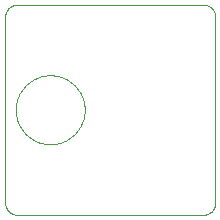
<source format=gbp>
G75*
%MOIN*%
%OFA0B0*%
%FSLAX25Y25*%
%IPPOS*%
%LPD*%
%AMOC8*
5,1,8,0,0,1.08239X$1,22.5*
%
%ADD10C,0.00000*%
D10*
X0001000Y0004937D02*
X0001000Y0067063D01*
X0001002Y0067187D01*
X0001008Y0067310D01*
X0001017Y0067434D01*
X0001031Y0067556D01*
X0001048Y0067679D01*
X0001070Y0067801D01*
X0001095Y0067922D01*
X0001124Y0068042D01*
X0001156Y0068161D01*
X0001193Y0068280D01*
X0001233Y0068397D01*
X0001276Y0068512D01*
X0001324Y0068627D01*
X0001375Y0068739D01*
X0001429Y0068850D01*
X0001487Y0068960D01*
X0001548Y0069067D01*
X0001613Y0069173D01*
X0001681Y0069276D01*
X0001752Y0069377D01*
X0001826Y0069476D01*
X0001903Y0069573D01*
X0001984Y0069667D01*
X0002067Y0069758D01*
X0002153Y0069847D01*
X0002242Y0069933D01*
X0002333Y0070016D01*
X0002427Y0070097D01*
X0002524Y0070174D01*
X0002623Y0070248D01*
X0002724Y0070319D01*
X0002827Y0070387D01*
X0002933Y0070452D01*
X0003040Y0070513D01*
X0003150Y0070571D01*
X0003261Y0070625D01*
X0003373Y0070676D01*
X0003488Y0070724D01*
X0003603Y0070767D01*
X0003720Y0070807D01*
X0003839Y0070844D01*
X0003958Y0070876D01*
X0004078Y0070905D01*
X0004199Y0070930D01*
X0004321Y0070952D01*
X0004444Y0070969D01*
X0004566Y0070983D01*
X0004690Y0070992D01*
X0004813Y0070998D01*
X0004937Y0071000D01*
X0067063Y0071000D01*
X0067187Y0070998D01*
X0067310Y0070992D01*
X0067434Y0070983D01*
X0067556Y0070969D01*
X0067679Y0070952D01*
X0067801Y0070930D01*
X0067922Y0070905D01*
X0068042Y0070876D01*
X0068161Y0070844D01*
X0068280Y0070807D01*
X0068397Y0070767D01*
X0068512Y0070724D01*
X0068627Y0070676D01*
X0068739Y0070625D01*
X0068850Y0070571D01*
X0068960Y0070513D01*
X0069067Y0070452D01*
X0069173Y0070387D01*
X0069276Y0070319D01*
X0069377Y0070248D01*
X0069476Y0070174D01*
X0069573Y0070097D01*
X0069667Y0070016D01*
X0069758Y0069933D01*
X0069847Y0069847D01*
X0069933Y0069758D01*
X0070016Y0069667D01*
X0070097Y0069573D01*
X0070174Y0069476D01*
X0070248Y0069377D01*
X0070319Y0069276D01*
X0070387Y0069173D01*
X0070452Y0069067D01*
X0070513Y0068960D01*
X0070571Y0068850D01*
X0070625Y0068739D01*
X0070676Y0068627D01*
X0070724Y0068512D01*
X0070767Y0068397D01*
X0070807Y0068280D01*
X0070844Y0068161D01*
X0070876Y0068042D01*
X0070905Y0067922D01*
X0070930Y0067801D01*
X0070952Y0067679D01*
X0070969Y0067556D01*
X0070983Y0067434D01*
X0070992Y0067310D01*
X0070998Y0067187D01*
X0071000Y0067063D01*
X0071000Y0004937D01*
X0070998Y0004813D01*
X0070992Y0004690D01*
X0070983Y0004566D01*
X0070969Y0004444D01*
X0070952Y0004321D01*
X0070930Y0004199D01*
X0070905Y0004078D01*
X0070876Y0003958D01*
X0070844Y0003839D01*
X0070807Y0003720D01*
X0070767Y0003603D01*
X0070724Y0003488D01*
X0070676Y0003373D01*
X0070625Y0003261D01*
X0070571Y0003150D01*
X0070513Y0003040D01*
X0070452Y0002933D01*
X0070387Y0002827D01*
X0070319Y0002724D01*
X0070248Y0002623D01*
X0070174Y0002524D01*
X0070097Y0002427D01*
X0070016Y0002333D01*
X0069933Y0002242D01*
X0069847Y0002153D01*
X0069758Y0002067D01*
X0069667Y0001984D01*
X0069573Y0001903D01*
X0069476Y0001826D01*
X0069377Y0001752D01*
X0069276Y0001681D01*
X0069173Y0001613D01*
X0069067Y0001548D01*
X0068960Y0001487D01*
X0068850Y0001429D01*
X0068739Y0001375D01*
X0068627Y0001324D01*
X0068512Y0001276D01*
X0068397Y0001233D01*
X0068280Y0001193D01*
X0068161Y0001156D01*
X0068042Y0001124D01*
X0067922Y0001095D01*
X0067801Y0001070D01*
X0067679Y0001048D01*
X0067556Y0001031D01*
X0067434Y0001017D01*
X0067310Y0001008D01*
X0067187Y0001002D01*
X0067063Y0001000D01*
X0004937Y0001000D01*
X0004813Y0001002D01*
X0004690Y0001008D01*
X0004566Y0001017D01*
X0004444Y0001031D01*
X0004321Y0001048D01*
X0004199Y0001070D01*
X0004078Y0001095D01*
X0003958Y0001124D01*
X0003839Y0001156D01*
X0003720Y0001193D01*
X0003603Y0001233D01*
X0003488Y0001276D01*
X0003373Y0001324D01*
X0003261Y0001375D01*
X0003150Y0001429D01*
X0003040Y0001487D01*
X0002933Y0001548D01*
X0002827Y0001613D01*
X0002724Y0001681D01*
X0002623Y0001752D01*
X0002524Y0001826D01*
X0002427Y0001903D01*
X0002333Y0001984D01*
X0002242Y0002067D01*
X0002153Y0002153D01*
X0002067Y0002242D01*
X0001984Y0002333D01*
X0001903Y0002427D01*
X0001826Y0002524D01*
X0001752Y0002623D01*
X0001681Y0002724D01*
X0001613Y0002827D01*
X0001548Y0002933D01*
X0001487Y0003040D01*
X0001429Y0003150D01*
X0001375Y0003261D01*
X0001324Y0003373D01*
X0001276Y0003488D01*
X0001233Y0003603D01*
X0001193Y0003720D01*
X0001156Y0003839D01*
X0001124Y0003958D01*
X0001095Y0004078D01*
X0001070Y0004199D01*
X0001048Y0004321D01*
X0001031Y0004444D01*
X0001017Y0004566D01*
X0001008Y0004690D01*
X0001002Y0004813D01*
X0001000Y0004937D01*
X0004500Y0036000D02*
X0004503Y0036282D01*
X0004514Y0036564D01*
X0004531Y0036846D01*
X0004555Y0037127D01*
X0004586Y0037408D01*
X0004624Y0037687D01*
X0004669Y0037966D01*
X0004721Y0038244D01*
X0004779Y0038520D01*
X0004845Y0038794D01*
X0004917Y0039067D01*
X0004995Y0039338D01*
X0005080Y0039607D01*
X0005172Y0039874D01*
X0005271Y0040139D01*
X0005375Y0040401D01*
X0005487Y0040660D01*
X0005604Y0040917D01*
X0005728Y0041171D01*
X0005858Y0041421D01*
X0005994Y0041668D01*
X0006136Y0041912D01*
X0006284Y0042152D01*
X0006438Y0042389D01*
X0006598Y0042622D01*
X0006763Y0042851D01*
X0006934Y0043075D01*
X0007110Y0043296D01*
X0007292Y0043511D01*
X0007479Y0043723D01*
X0007671Y0043930D01*
X0007868Y0044132D01*
X0008070Y0044329D01*
X0008277Y0044521D01*
X0008489Y0044708D01*
X0008704Y0044890D01*
X0008925Y0045066D01*
X0009149Y0045237D01*
X0009378Y0045402D01*
X0009611Y0045562D01*
X0009848Y0045716D01*
X0010088Y0045864D01*
X0010332Y0046006D01*
X0010579Y0046142D01*
X0010829Y0046272D01*
X0011083Y0046396D01*
X0011340Y0046513D01*
X0011599Y0046625D01*
X0011861Y0046729D01*
X0012126Y0046828D01*
X0012393Y0046920D01*
X0012662Y0047005D01*
X0012933Y0047083D01*
X0013206Y0047155D01*
X0013480Y0047221D01*
X0013756Y0047279D01*
X0014034Y0047331D01*
X0014313Y0047376D01*
X0014592Y0047414D01*
X0014873Y0047445D01*
X0015154Y0047469D01*
X0015436Y0047486D01*
X0015718Y0047497D01*
X0016000Y0047500D01*
X0016282Y0047497D01*
X0016564Y0047486D01*
X0016846Y0047469D01*
X0017127Y0047445D01*
X0017408Y0047414D01*
X0017687Y0047376D01*
X0017966Y0047331D01*
X0018244Y0047279D01*
X0018520Y0047221D01*
X0018794Y0047155D01*
X0019067Y0047083D01*
X0019338Y0047005D01*
X0019607Y0046920D01*
X0019874Y0046828D01*
X0020139Y0046729D01*
X0020401Y0046625D01*
X0020660Y0046513D01*
X0020917Y0046396D01*
X0021171Y0046272D01*
X0021421Y0046142D01*
X0021668Y0046006D01*
X0021912Y0045864D01*
X0022152Y0045716D01*
X0022389Y0045562D01*
X0022622Y0045402D01*
X0022851Y0045237D01*
X0023075Y0045066D01*
X0023296Y0044890D01*
X0023511Y0044708D01*
X0023723Y0044521D01*
X0023930Y0044329D01*
X0024132Y0044132D01*
X0024329Y0043930D01*
X0024521Y0043723D01*
X0024708Y0043511D01*
X0024890Y0043296D01*
X0025066Y0043075D01*
X0025237Y0042851D01*
X0025402Y0042622D01*
X0025562Y0042389D01*
X0025716Y0042152D01*
X0025864Y0041912D01*
X0026006Y0041668D01*
X0026142Y0041421D01*
X0026272Y0041171D01*
X0026396Y0040917D01*
X0026513Y0040660D01*
X0026625Y0040401D01*
X0026729Y0040139D01*
X0026828Y0039874D01*
X0026920Y0039607D01*
X0027005Y0039338D01*
X0027083Y0039067D01*
X0027155Y0038794D01*
X0027221Y0038520D01*
X0027279Y0038244D01*
X0027331Y0037966D01*
X0027376Y0037687D01*
X0027414Y0037408D01*
X0027445Y0037127D01*
X0027469Y0036846D01*
X0027486Y0036564D01*
X0027497Y0036282D01*
X0027500Y0036000D01*
X0027497Y0035718D01*
X0027486Y0035436D01*
X0027469Y0035154D01*
X0027445Y0034873D01*
X0027414Y0034592D01*
X0027376Y0034313D01*
X0027331Y0034034D01*
X0027279Y0033756D01*
X0027221Y0033480D01*
X0027155Y0033206D01*
X0027083Y0032933D01*
X0027005Y0032662D01*
X0026920Y0032393D01*
X0026828Y0032126D01*
X0026729Y0031861D01*
X0026625Y0031599D01*
X0026513Y0031340D01*
X0026396Y0031083D01*
X0026272Y0030829D01*
X0026142Y0030579D01*
X0026006Y0030332D01*
X0025864Y0030088D01*
X0025716Y0029848D01*
X0025562Y0029611D01*
X0025402Y0029378D01*
X0025237Y0029149D01*
X0025066Y0028925D01*
X0024890Y0028704D01*
X0024708Y0028489D01*
X0024521Y0028277D01*
X0024329Y0028070D01*
X0024132Y0027868D01*
X0023930Y0027671D01*
X0023723Y0027479D01*
X0023511Y0027292D01*
X0023296Y0027110D01*
X0023075Y0026934D01*
X0022851Y0026763D01*
X0022622Y0026598D01*
X0022389Y0026438D01*
X0022152Y0026284D01*
X0021912Y0026136D01*
X0021668Y0025994D01*
X0021421Y0025858D01*
X0021171Y0025728D01*
X0020917Y0025604D01*
X0020660Y0025487D01*
X0020401Y0025375D01*
X0020139Y0025271D01*
X0019874Y0025172D01*
X0019607Y0025080D01*
X0019338Y0024995D01*
X0019067Y0024917D01*
X0018794Y0024845D01*
X0018520Y0024779D01*
X0018244Y0024721D01*
X0017966Y0024669D01*
X0017687Y0024624D01*
X0017408Y0024586D01*
X0017127Y0024555D01*
X0016846Y0024531D01*
X0016564Y0024514D01*
X0016282Y0024503D01*
X0016000Y0024500D01*
X0015718Y0024503D01*
X0015436Y0024514D01*
X0015154Y0024531D01*
X0014873Y0024555D01*
X0014592Y0024586D01*
X0014313Y0024624D01*
X0014034Y0024669D01*
X0013756Y0024721D01*
X0013480Y0024779D01*
X0013206Y0024845D01*
X0012933Y0024917D01*
X0012662Y0024995D01*
X0012393Y0025080D01*
X0012126Y0025172D01*
X0011861Y0025271D01*
X0011599Y0025375D01*
X0011340Y0025487D01*
X0011083Y0025604D01*
X0010829Y0025728D01*
X0010579Y0025858D01*
X0010332Y0025994D01*
X0010088Y0026136D01*
X0009848Y0026284D01*
X0009611Y0026438D01*
X0009378Y0026598D01*
X0009149Y0026763D01*
X0008925Y0026934D01*
X0008704Y0027110D01*
X0008489Y0027292D01*
X0008277Y0027479D01*
X0008070Y0027671D01*
X0007868Y0027868D01*
X0007671Y0028070D01*
X0007479Y0028277D01*
X0007292Y0028489D01*
X0007110Y0028704D01*
X0006934Y0028925D01*
X0006763Y0029149D01*
X0006598Y0029378D01*
X0006438Y0029611D01*
X0006284Y0029848D01*
X0006136Y0030088D01*
X0005994Y0030332D01*
X0005858Y0030579D01*
X0005728Y0030829D01*
X0005604Y0031083D01*
X0005487Y0031340D01*
X0005375Y0031599D01*
X0005271Y0031861D01*
X0005172Y0032126D01*
X0005080Y0032393D01*
X0004995Y0032662D01*
X0004917Y0032933D01*
X0004845Y0033206D01*
X0004779Y0033480D01*
X0004721Y0033756D01*
X0004669Y0034034D01*
X0004624Y0034313D01*
X0004586Y0034592D01*
X0004555Y0034873D01*
X0004531Y0035154D01*
X0004514Y0035436D01*
X0004503Y0035718D01*
X0004500Y0036000D01*
M02*

</source>
